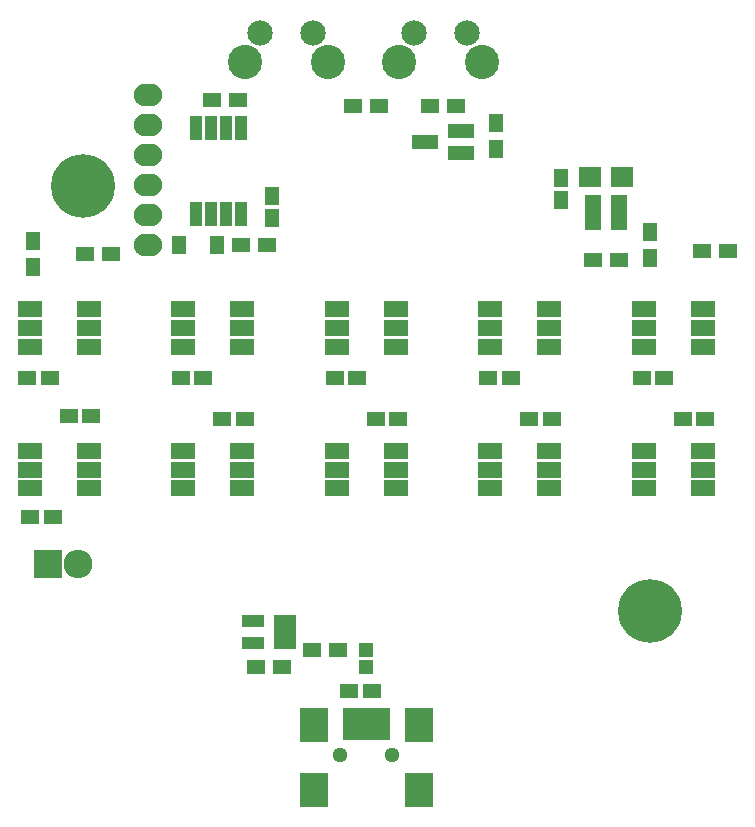
<source format=gts>
G04 #@! TF.FileFunction,Soldermask,Top*
%FSLAX46Y46*%
G04 Gerber Fmt 4.6, Leading zero omitted, Abs format (unit mm)*
G04 Created by KiCad (PCBNEW 4.0.2-stable) date 2016. 09. 14. 22:41:56*
%MOMM*%
G01*
G04 APERTURE LIST*
%ADD10C,0.100000*%
%ADD11R,1.150000X1.600000*%
%ADD12R,1.600000X1.150000*%
%ADD13R,1.310000X1.620000*%
%ADD14R,1.900000X1.700000*%
%ADD15R,2.432000X2.432000*%
%ADD16O,2.432000X2.432000*%
%ADD17R,0.900380X2.701240*%
%ADD18R,2.398980X2.899360*%
%ADD19C,1.299160*%
%ADD20O,2.400000X1.900000*%
%ADD21R,2.200860X1.200100*%
%ADD22R,1.600000X1.300000*%
%ADD23R,1.300000X1.600000*%
%ADD24C,2.900000*%
%ADD25C,2.150000*%
%ADD26R,1.960000X1.050000*%
%ADD27R,1.460000X1.050000*%
%ADD28R,1.050000X2.100000*%
%ADD29R,2.000000X1.400000*%
%ADD30C,5.400000*%
%ADD31R,1.197560X1.197560*%
G04 APERTURE END LIST*
D10*
D11*
X42000000Y-34700000D03*
X42000000Y-32800000D03*
X66500000Y-31300000D03*
X66500000Y-33200000D03*
D12*
X48550000Y-74750000D03*
X50450000Y-74750000D03*
X23450000Y-60000000D03*
X21550000Y-60000000D03*
X23200000Y-48250000D03*
X21300000Y-48250000D03*
X76800000Y-51750000D03*
X78700000Y-51750000D03*
X36200000Y-48250000D03*
X34300000Y-48250000D03*
X63800000Y-51750000D03*
X65700000Y-51750000D03*
X49200000Y-48250000D03*
X47300000Y-48250000D03*
X50800000Y-51750000D03*
X52700000Y-51750000D03*
X62200000Y-48250000D03*
X60300000Y-48250000D03*
X37800000Y-51750000D03*
X39700000Y-51750000D03*
X75200000Y-48250000D03*
X73300000Y-48250000D03*
X24800000Y-51500000D03*
X26700000Y-51500000D03*
D13*
X37385000Y-37000000D03*
X34115000Y-37000000D03*
D14*
X71600000Y-31250000D03*
X68900000Y-31250000D03*
D15*
X23000000Y-64000000D03*
D16*
X25540000Y-64000000D03*
D17*
X48399800Y-77550680D03*
X49199900Y-77550680D03*
X50000000Y-77550680D03*
X50800100Y-77550680D03*
X51600200Y-77550680D03*
D18*
X45549920Y-77649740D03*
X45549920Y-83148840D03*
X54450080Y-77649740D03*
X54450080Y-83148840D03*
D19*
X47800360Y-80149100D03*
X52199640Y-80149100D03*
D20*
X31500000Y-37000000D03*
X31500000Y-34460000D03*
X31500000Y-31920000D03*
X31500000Y-29380000D03*
X31500000Y-26840000D03*
X31500000Y-24300000D03*
D21*
X58001140Y-29200000D03*
X58001140Y-27300000D03*
X54998860Y-28250000D03*
D22*
X39400000Y-37000000D03*
X41600000Y-37000000D03*
X80600000Y-37500000D03*
X78400000Y-37500000D03*
D23*
X61000000Y-28850000D03*
X61000000Y-26650000D03*
D22*
X55400000Y-25250000D03*
X57600000Y-25250000D03*
X51100000Y-25250000D03*
X48900000Y-25250000D03*
X36900000Y-24750000D03*
X39100000Y-24750000D03*
D23*
X74000000Y-35900000D03*
X74000000Y-38100000D03*
D22*
X71350000Y-38250000D03*
X69150000Y-38250000D03*
X28350000Y-37750000D03*
X26150000Y-37750000D03*
D23*
X21750000Y-38850000D03*
X21750000Y-36650000D03*
D24*
X46760000Y-21490000D03*
D25*
X45500000Y-19000000D03*
X41000000Y-19000000D03*
D24*
X39750000Y-21490000D03*
X59760000Y-21490000D03*
D25*
X58500000Y-19000000D03*
X54000000Y-19000000D03*
D24*
X52750000Y-21490000D03*
D26*
X43100000Y-70700000D03*
X43100000Y-69750000D03*
X43100000Y-68800000D03*
X40400000Y-68800000D03*
X40400000Y-70700000D03*
D27*
X69150000Y-33300000D03*
X69150000Y-34250000D03*
X69150000Y-35200000D03*
X71350000Y-35200000D03*
X71350000Y-33300000D03*
X71350000Y-34250000D03*
D28*
X39405000Y-27100000D03*
X38135000Y-27100000D03*
X36865000Y-27100000D03*
X35595000Y-27100000D03*
X35595000Y-34400000D03*
X36865000Y-34400000D03*
X38135000Y-34400000D03*
X39405000Y-34400000D03*
D29*
X26500000Y-45600000D03*
X26500000Y-44000000D03*
X26500000Y-42400000D03*
X21500000Y-45600000D03*
X21500000Y-44000000D03*
X21500000Y-42400000D03*
X73500000Y-54400000D03*
X73500000Y-56000000D03*
X73500000Y-57600000D03*
X78500000Y-54400000D03*
X78500000Y-56000000D03*
X78500000Y-57600000D03*
X39500000Y-45600000D03*
X39500000Y-44000000D03*
X39500000Y-42400000D03*
X34500000Y-45600000D03*
X34500000Y-44000000D03*
X34500000Y-42400000D03*
X60500000Y-54400000D03*
X60500000Y-56000000D03*
X60500000Y-57600000D03*
X65500000Y-54400000D03*
X65500000Y-56000000D03*
X65500000Y-57600000D03*
X52500000Y-45600000D03*
X52500000Y-44000000D03*
X52500000Y-42400000D03*
X47500000Y-45600000D03*
X47500000Y-44000000D03*
X47500000Y-42400000D03*
X47500000Y-54400000D03*
X47500000Y-56000000D03*
X47500000Y-57600000D03*
X52500000Y-54400000D03*
X52500000Y-56000000D03*
X52500000Y-57600000D03*
X65500000Y-45600000D03*
X65500000Y-44000000D03*
X65500000Y-42400000D03*
X60500000Y-45600000D03*
X60500000Y-44000000D03*
X60500000Y-42400000D03*
X34500000Y-54400000D03*
X34500000Y-56000000D03*
X34500000Y-57600000D03*
X39500000Y-54400000D03*
X39500000Y-56000000D03*
X39500000Y-57600000D03*
X78500000Y-45600000D03*
X78500000Y-44000000D03*
X78500000Y-42400000D03*
X73500000Y-45600000D03*
X73500000Y-44000000D03*
X73500000Y-42400000D03*
X21500000Y-54400000D03*
X21500000Y-56000000D03*
X21500000Y-57600000D03*
X26500000Y-54400000D03*
X26500000Y-56000000D03*
X26500000Y-57600000D03*
D30*
X74000000Y-68000000D03*
X26000000Y-32000000D03*
D31*
X50000000Y-72749300D03*
X50000000Y-71250700D03*
D22*
X45400000Y-71250000D03*
X47600000Y-71250000D03*
X40650000Y-72750000D03*
X42850000Y-72750000D03*
M02*

</source>
